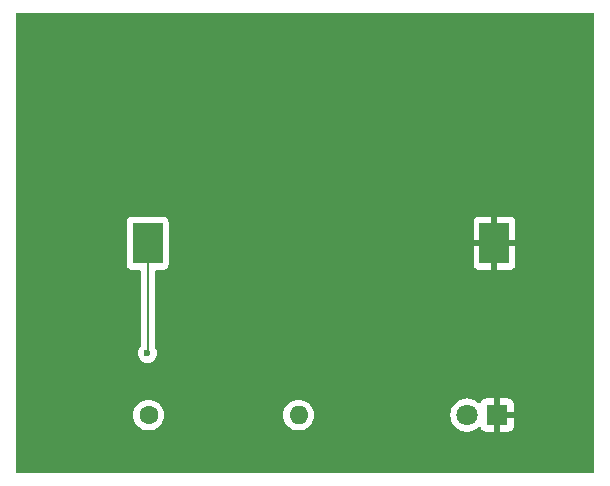
<source format=gbr>
%TF.GenerationSoftware,KiCad,Pcbnew,8.0.4*%
%TF.CreationDate,2024-07-26T23:15:46-04:00*%
%TF.ProjectId,LearningKiCAD,4c656172-6e69-46e6-974b-694341442e6b,0*%
%TF.SameCoordinates,Original*%
%TF.FileFunction,Copper,L2,Bot*%
%TF.FilePolarity,Positive*%
%FSLAX46Y46*%
G04 Gerber Fmt 4.6, Leading zero omitted, Abs format (unit mm)*
G04 Created by KiCad (PCBNEW 8.0.4) date 2024-07-26 23:15:46*
%MOMM*%
%LPD*%
G01*
G04 APERTURE LIST*
%TA.AperFunction,ComponentPad*%
%ADD10C,1.600000*%
%TD*%
%TA.AperFunction,ComponentPad*%
%ADD11O,1.600000X1.600000*%
%TD*%
%TA.AperFunction,ComponentPad*%
%ADD12R,1.800000X1.800000*%
%TD*%
%TA.AperFunction,ComponentPad*%
%ADD13C,1.800000*%
%TD*%
%TA.AperFunction,SMDPad,CuDef*%
%ADD14R,2.540000X3.510000*%
%TD*%
%TA.AperFunction,ViaPad*%
%ADD15C,0.600000*%
%TD*%
%TA.AperFunction,Conductor*%
%ADD16C,0.200000*%
%TD*%
G04 APERTURE END LIST*
D10*
%TO.P,R1,1*%
%TO.N,VCC*%
X131751367Y-104579579D03*
D11*
%TO.P,R1,2*%
%TO.N,/led*%
X144451367Y-104579579D03*
%TD*%
D12*
%TO.P,D1,1,K*%
%TO.N,GND*%
X161257098Y-104570483D03*
D13*
%TO.P,D1,2,A*%
%TO.N,/led*%
X158717098Y-104570483D03*
%TD*%
D14*
%TO.P,BT1,1,+*%
%TO.N,VCC*%
X131670014Y-90028629D03*
%TO.P,BT1,2,-*%
%TO.N,GND*%
X161030014Y-90028629D03*
%TD*%
D15*
%TO.N,GND*%
X161000000Y-97000000D03*
%TO.N,VCC*%
X131650000Y-99350000D03*
%TD*%
D16*
%TO.N,GND*%
X161030014Y-96969986D02*
X161030014Y-90028629D01*
X161000000Y-97000000D02*
X161030014Y-96969986D01*
%TO.N,VCC*%
X131670014Y-99329986D02*
X131670014Y-90028629D01*
X131650000Y-99350000D02*
X131670014Y-99329986D01*
%TD*%
%TA.AperFunction,Conductor*%
%TO.N,GND*%
G36*
X169442539Y-70520185D02*
G01*
X169488294Y-70572989D01*
X169499500Y-70624500D01*
X169499500Y-109375500D01*
X169479815Y-109442539D01*
X169427011Y-109488294D01*
X169375500Y-109499500D01*
X120624500Y-109499500D01*
X120557461Y-109479815D01*
X120511706Y-109427011D01*
X120500500Y-109375500D01*
X120500500Y-104579577D01*
X130445899Y-104579577D01*
X130445899Y-104579580D01*
X130465731Y-104806265D01*
X130465733Y-104806276D01*
X130524625Y-105026067D01*
X130524628Y-105026076D01*
X130620798Y-105232311D01*
X130620799Y-105232313D01*
X130751321Y-105418720D01*
X130912225Y-105579624D01*
X130912228Y-105579626D01*
X131098633Y-105710147D01*
X131304871Y-105806318D01*
X131524675Y-105865214D01*
X131686597Y-105879380D01*
X131751365Y-105885047D01*
X131751367Y-105885047D01*
X131751369Y-105885047D01*
X131808040Y-105880088D01*
X131978059Y-105865214D01*
X132197863Y-105806318D01*
X132404101Y-105710147D01*
X132590506Y-105579626D01*
X132751414Y-105418718D01*
X132881935Y-105232313D01*
X132978106Y-105026075D01*
X133037002Y-104806271D01*
X133056835Y-104579579D01*
X133056835Y-104579577D01*
X143145899Y-104579577D01*
X143145899Y-104579580D01*
X143165731Y-104806265D01*
X143165733Y-104806276D01*
X143224625Y-105026067D01*
X143224628Y-105026076D01*
X143320798Y-105232311D01*
X143320799Y-105232313D01*
X143451321Y-105418720D01*
X143612225Y-105579624D01*
X143612228Y-105579626D01*
X143798633Y-105710147D01*
X144004871Y-105806318D01*
X144224675Y-105865214D01*
X144386597Y-105879380D01*
X144451365Y-105885047D01*
X144451367Y-105885047D01*
X144451369Y-105885047D01*
X144508040Y-105880088D01*
X144678059Y-105865214D01*
X144897863Y-105806318D01*
X145104101Y-105710147D01*
X145290506Y-105579626D01*
X145451414Y-105418718D01*
X145581935Y-105232313D01*
X145678106Y-105026075D01*
X145737002Y-104806271D01*
X145756835Y-104579579D01*
X145756039Y-104570476D01*
X157311798Y-104570476D01*
X157311798Y-104570489D01*
X157330962Y-104801780D01*
X157330964Y-104801791D01*
X157387940Y-105026783D01*
X157481173Y-105239331D01*
X157608114Y-105433630D01*
X157608117Y-105433634D01*
X157608119Y-105433636D01*
X157765314Y-105604396D01*
X157765317Y-105604398D01*
X157765320Y-105604401D01*
X157948463Y-105746947D01*
X157948469Y-105746951D01*
X157948472Y-105746953D01*
X158152595Y-105857419D01*
X158233073Y-105885047D01*
X158372113Y-105932780D01*
X158372115Y-105932780D01*
X158372117Y-105932781D01*
X158601049Y-105970983D01*
X158601050Y-105970983D01*
X158833146Y-105970983D01*
X158833147Y-105970983D01*
X159062079Y-105932781D01*
X159281601Y-105857419D01*
X159485724Y-105746953D01*
X159668882Y-105604396D01*
X159677609Y-105594915D01*
X159737492Y-105558924D01*
X159807330Y-105561021D01*
X159864948Y-105600543D01*
X159885022Y-105635563D01*
X159913743Y-105712569D01*
X159913747Y-105712576D01*
X159999907Y-105827670D01*
X159999910Y-105827673D01*
X160115004Y-105913833D01*
X160115011Y-105913837D01*
X160249718Y-105964079D01*
X160249725Y-105964081D01*
X160309253Y-105970482D01*
X160309270Y-105970483D01*
X161007098Y-105970483D01*
X161007098Y-104945760D01*
X161083404Y-104989816D01*
X161197854Y-105020483D01*
X161316342Y-105020483D01*
X161430792Y-104989816D01*
X161507098Y-104945760D01*
X161507098Y-105970483D01*
X162204926Y-105970483D01*
X162204942Y-105970482D01*
X162264470Y-105964081D01*
X162264477Y-105964079D01*
X162399184Y-105913837D01*
X162399191Y-105913833D01*
X162514285Y-105827673D01*
X162514288Y-105827670D01*
X162600448Y-105712576D01*
X162600452Y-105712569D01*
X162650694Y-105577862D01*
X162650696Y-105577855D01*
X162657097Y-105518327D01*
X162657098Y-105518310D01*
X162657098Y-104820483D01*
X161632376Y-104820483D01*
X161676431Y-104744177D01*
X161707098Y-104629727D01*
X161707098Y-104511239D01*
X161676431Y-104396789D01*
X161632376Y-104320483D01*
X162657098Y-104320483D01*
X162657098Y-103622655D01*
X162657097Y-103622638D01*
X162650696Y-103563110D01*
X162650694Y-103563103D01*
X162600452Y-103428396D01*
X162600448Y-103428389D01*
X162514288Y-103313295D01*
X162514285Y-103313292D01*
X162399191Y-103227132D01*
X162399184Y-103227128D01*
X162264477Y-103176886D01*
X162264470Y-103176884D01*
X162204942Y-103170483D01*
X161507098Y-103170483D01*
X161507098Y-104195205D01*
X161430792Y-104151150D01*
X161316342Y-104120483D01*
X161197854Y-104120483D01*
X161083404Y-104151150D01*
X161007098Y-104195205D01*
X161007098Y-103170483D01*
X160309253Y-103170483D01*
X160249725Y-103176884D01*
X160249718Y-103176886D01*
X160115011Y-103227128D01*
X160115004Y-103227132D01*
X159999910Y-103313292D01*
X159999907Y-103313295D01*
X159913747Y-103428389D01*
X159913744Y-103428394D01*
X159885022Y-103505403D01*
X159843150Y-103561336D01*
X159777686Y-103585753D01*
X159709413Y-103570901D01*
X159677612Y-103546054D01*
X159668882Y-103536570D01*
X159668877Y-103536566D01*
X159668875Y-103536564D01*
X159485732Y-103394018D01*
X159485726Y-103394014D01*
X159281602Y-103283547D01*
X159281593Y-103283544D01*
X159062082Y-103208185D01*
X158874502Y-103176884D01*
X158833147Y-103169983D01*
X158601049Y-103169983D01*
X158559694Y-103176884D01*
X158372113Y-103208185D01*
X158152602Y-103283544D01*
X158152593Y-103283547D01*
X157948469Y-103394014D01*
X157948463Y-103394018D01*
X157765320Y-103536564D01*
X157765317Y-103536567D01*
X157765314Y-103536569D01*
X157765314Y-103536570D01*
X157740889Y-103563103D01*
X157608114Y-103707335D01*
X157481173Y-103901634D01*
X157387940Y-104114182D01*
X157330964Y-104339174D01*
X157330962Y-104339185D01*
X157311798Y-104570476D01*
X145756039Y-104570476D01*
X145737002Y-104352887D01*
X145678106Y-104133083D01*
X145581935Y-103926845D01*
X145451414Y-103740440D01*
X145451412Y-103740437D01*
X145290508Y-103579533D01*
X145104101Y-103449011D01*
X145104099Y-103449010D01*
X144897864Y-103352840D01*
X144897855Y-103352837D01*
X144678064Y-103293945D01*
X144678060Y-103293944D01*
X144678059Y-103293944D01*
X144678058Y-103293943D01*
X144678053Y-103293943D01*
X144451369Y-103274111D01*
X144451365Y-103274111D01*
X144224680Y-103293943D01*
X144224669Y-103293945D01*
X144004878Y-103352837D01*
X144004869Y-103352840D01*
X143798634Y-103449010D01*
X143798632Y-103449011D01*
X143612225Y-103579533D01*
X143451321Y-103740437D01*
X143320799Y-103926844D01*
X143320798Y-103926846D01*
X143224628Y-104133081D01*
X143224625Y-104133090D01*
X143165733Y-104352881D01*
X143165731Y-104352892D01*
X143145899Y-104579577D01*
X133056835Y-104579577D01*
X133037002Y-104352887D01*
X132978106Y-104133083D01*
X132881935Y-103926845D01*
X132751414Y-103740440D01*
X132751412Y-103740437D01*
X132590508Y-103579533D01*
X132404101Y-103449011D01*
X132404099Y-103449010D01*
X132197864Y-103352840D01*
X132197855Y-103352837D01*
X131978064Y-103293945D01*
X131978060Y-103293944D01*
X131978059Y-103293944D01*
X131978058Y-103293943D01*
X131978053Y-103293943D01*
X131751369Y-103274111D01*
X131751365Y-103274111D01*
X131524680Y-103293943D01*
X131524669Y-103293945D01*
X131304878Y-103352837D01*
X131304869Y-103352840D01*
X131098634Y-103449010D01*
X131098632Y-103449011D01*
X130912225Y-103579533D01*
X130751321Y-103740437D01*
X130620799Y-103926844D01*
X130620798Y-103926846D01*
X130524628Y-104133081D01*
X130524625Y-104133090D01*
X130465733Y-104352881D01*
X130465731Y-104352892D01*
X130445899Y-104579577D01*
X120500500Y-104579577D01*
X120500500Y-88225764D01*
X129899514Y-88225764D01*
X129899514Y-91831499D01*
X129899515Y-91831505D01*
X129905922Y-91891112D01*
X129956216Y-92025957D01*
X129956220Y-92025964D01*
X130042466Y-92141173D01*
X130042469Y-92141176D01*
X130157678Y-92227422D01*
X130157685Y-92227426D01*
X130202632Y-92244190D01*
X130292531Y-92277720D01*
X130352141Y-92284129D01*
X130945514Y-92284128D01*
X131012553Y-92303812D01*
X131058308Y-92356616D01*
X131069514Y-92408128D01*
X131069514Y-98747046D01*
X131049829Y-98814085D01*
X131033195Y-98834727D01*
X131020184Y-98847737D01*
X130924211Y-99000476D01*
X130864631Y-99170745D01*
X130864630Y-99170750D01*
X130844435Y-99349996D01*
X130844435Y-99350003D01*
X130864630Y-99529249D01*
X130864631Y-99529254D01*
X130924211Y-99699523D01*
X131020184Y-99852262D01*
X131147738Y-99979816D01*
X131300478Y-100075789D01*
X131470745Y-100135368D01*
X131470750Y-100135369D01*
X131649996Y-100155565D01*
X131650000Y-100155565D01*
X131650004Y-100155565D01*
X131829249Y-100135369D01*
X131829252Y-100135368D01*
X131829255Y-100135368D01*
X131999522Y-100075789D01*
X132152262Y-99979816D01*
X132279816Y-99852262D01*
X132375789Y-99699522D01*
X132435368Y-99529255D01*
X132455565Y-99350000D01*
X132435368Y-99170745D01*
X132375789Y-99000478D01*
X132289519Y-98863181D01*
X132270514Y-98797210D01*
X132270514Y-92408128D01*
X132290199Y-92341089D01*
X132343003Y-92295334D01*
X132394514Y-92284128D01*
X132987885Y-92284128D01*
X132987886Y-92284128D01*
X133047497Y-92277720D01*
X133182345Y-92227425D01*
X133297560Y-92141175D01*
X133383810Y-92025960D01*
X133434105Y-91891112D01*
X133440514Y-91831502D01*
X133440514Y-91831473D01*
X159260014Y-91831473D01*
X159266415Y-91891001D01*
X159266417Y-91891008D01*
X159316659Y-92025715D01*
X159316663Y-92025722D01*
X159402823Y-92140816D01*
X159402826Y-92140819D01*
X159517920Y-92226979D01*
X159517927Y-92226983D01*
X159652634Y-92277225D01*
X159652641Y-92277227D01*
X159712169Y-92283628D01*
X159712186Y-92283629D01*
X160780014Y-92283629D01*
X161280014Y-92283629D01*
X162347842Y-92283629D01*
X162347858Y-92283628D01*
X162407386Y-92277227D01*
X162407393Y-92277225D01*
X162542100Y-92226983D01*
X162542107Y-92226979D01*
X162657201Y-92140819D01*
X162657204Y-92140816D01*
X162743364Y-92025722D01*
X162743368Y-92025715D01*
X162793610Y-91891008D01*
X162793612Y-91891001D01*
X162800013Y-91831473D01*
X162800014Y-91831456D01*
X162800014Y-90278629D01*
X161280014Y-90278629D01*
X161280014Y-92283629D01*
X160780014Y-92283629D01*
X160780014Y-90278629D01*
X159260014Y-90278629D01*
X159260014Y-91831473D01*
X133440514Y-91831473D01*
X133440513Y-88225784D01*
X159260014Y-88225784D01*
X159260014Y-89778629D01*
X160780014Y-89778629D01*
X161280014Y-89778629D01*
X162800014Y-89778629D01*
X162800014Y-88225801D01*
X162800013Y-88225784D01*
X162793612Y-88166256D01*
X162793610Y-88166249D01*
X162743368Y-88031542D01*
X162743364Y-88031535D01*
X162657204Y-87916441D01*
X162657201Y-87916438D01*
X162542107Y-87830278D01*
X162542100Y-87830274D01*
X162407393Y-87780032D01*
X162407386Y-87780030D01*
X162347858Y-87773629D01*
X161280014Y-87773629D01*
X161280014Y-89778629D01*
X160780014Y-89778629D01*
X160780014Y-87773629D01*
X159712169Y-87773629D01*
X159652641Y-87780030D01*
X159652634Y-87780032D01*
X159517927Y-87830274D01*
X159517920Y-87830278D01*
X159402826Y-87916438D01*
X159402823Y-87916441D01*
X159316663Y-88031535D01*
X159316659Y-88031542D01*
X159266417Y-88166249D01*
X159266415Y-88166256D01*
X159260014Y-88225784D01*
X133440513Y-88225784D01*
X133440513Y-88225757D01*
X133434105Y-88166146D01*
X133383898Y-88031535D01*
X133383811Y-88031300D01*
X133383807Y-88031293D01*
X133297561Y-87916084D01*
X133297558Y-87916081D01*
X133182349Y-87829835D01*
X133182342Y-87829831D01*
X133047496Y-87779537D01*
X133047497Y-87779537D01*
X132987897Y-87773130D01*
X132987895Y-87773129D01*
X132987887Y-87773129D01*
X132987878Y-87773129D01*
X130352143Y-87773129D01*
X130352137Y-87773130D01*
X130292530Y-87779537D01*
X130157685Y-87829831D01*
X130157678Y-87829835D01*
X130042469Y-87916081D01*
X130042466Y-87916084D01*
X129956220Y-88031293D01*
X129956216Y-88031300D01*
X129905922Y-88166146D01*
X129899515Y-88225745D01*
X129899515Y-88225752D01*
X129899514Y-88225764D01*
X120500500Y-88225764D01*
X120500500Y-70624500D01*
X120520185Y-70557461D01*
X120572989Y-70511706D01*
X120624500Y-70500500D01*
X169375500Y-70500500D01*
X169442539Y-70520185D01*
G37*
%TD.AperFunction*%
%TD*%
M02*

</source>
